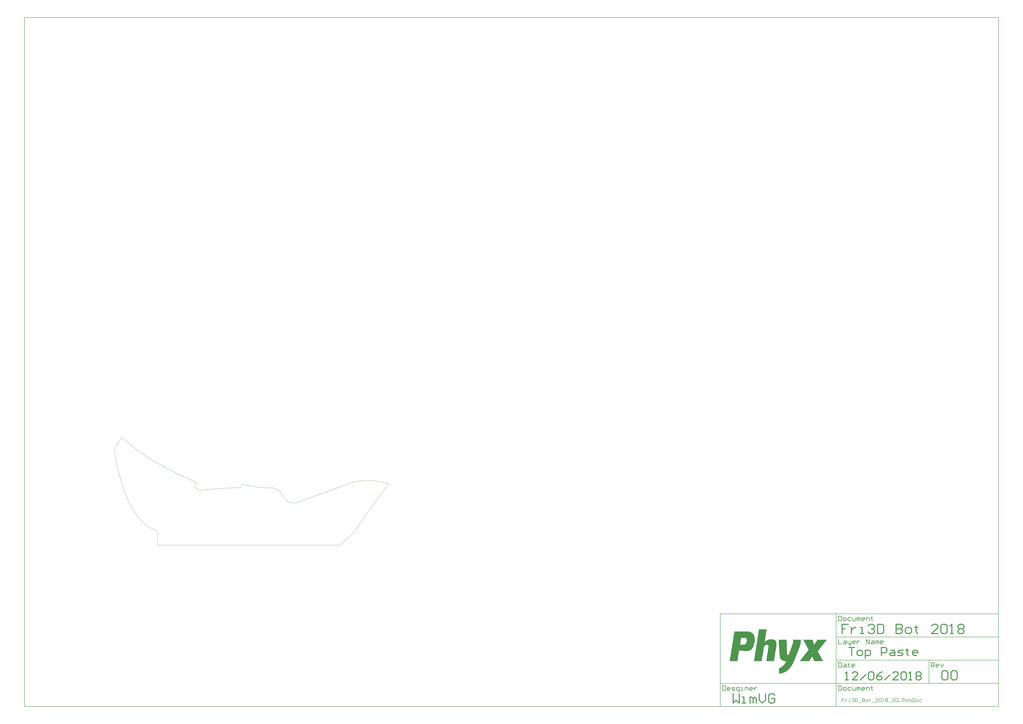
<source format=gtp>
G04*
G04 #@! TF.GenerationSoftware,Altium Limited,Altium Designer,18.1.6 (161)*
G04*
G04 Layer_Color=8421504*
%FSLAX25Y25*%
%MOIN*%
G70*
G01*
G75*
%ADD11C,0.00787*%
%ADD12C,0.01575*%
%ADD13C,0.00394*%
%ADD14C,0.00984*%
G36*
X913926Y-152365D02*
X915644D01*
Y-152651D01*
X916503D01*
Y-152937D01*
X917362D01*
Y-153224D01*
X918221D01*
Y-153510D01*
X918793D01*
Y-153796D01*
X919080D01*
Y-154083D01*
X919652D01*
Y-154369D01*
X919939D01*
Y-154655D01*
X920511D01*
Y-154942D01*
X920798D01*
Y-155228D01*
X921084D01*
Y-155514D01*
X921370D01*
Y-155801D01*
X921657D01*
Y-156087D01*
X921943D01*
Y-156373D01*
X922229D01*
Y-156659D01*
Y-156946D01*
X922515D01*
Y-157232D01*
X922802D01*
Y-157518D01*
Y-157805D01*
X923088D01*
Y-158091D01*
X923374D01*
Y-158377D01*
Y-158664D01*
X923661D01*
Y-158950D01*
Y-159236D01*
Y-159523D01*
X923947D01*
Y-159809D01*
Y-160095D01*
Y-160382D01*
X924233D01*
Y-160668D01*
Y-160954D01*
Y-161240D01*
Y-161527D01*
X924520D01*
Y-161813D01*
Y-162100D01*
Y-162386D01*
Y-162672D01*
Y-162958D01*
X924806D01*
Y-163245D01*
Y-163531D01*
Y-163817D01*
Y-164104D01*
Y-164390D01*
Y-164676D01*
Y-164963D01*
Y-165249D01*
Y-165535D01*
Y-165822D01*
Y-166108D01*
Y-166394D01*
Y-166681D01*
Y-166967D01*
Y-167253D01*
Y-167539D01*
Y-167826D01*
Y-168112D01*
Y-168398D01*
Y-168685D01*
X924520D01*
Y-168971D01*
Y-169257D01*
Y-169544D01*
Y-169830D01*
Y-170116D01*
Y-170403D01*
Y-170689D01*
X924233D01*
Y-170975D01*
Y-171262D01*
Y-171548D01*
Y-171834D01*
Y-172120D01*
X923947D01*
Y-172407D01*
Y-172693D01*
Y-172979D01*
Y-173266D01*
Y-173552D01*
X923661D01*
Y-173838D01*
Y-174125D01*
Y-174411D01*
X923374D01*
Y-174697D01*
Y-174984D01*
Y-175270D01*
Y-175556D01*
X923088D01*
Y-175842D01*
Y-176129D01*
Y-176415D01*
X922802D01*
Y-176701D01*
Y-176988D01*
X922515D01*
Y-177274D01*
Y-177560D01*
Y-177847D01*
X922229D01*
Y-178133D01*
Y-178419D01*
X921943D01*
Y-178706D01*
Y-178992D01*
X921657D01*
Y-179278D01*
Y-179565D01*
X921370D01*
Y-179851D01*
X921084D01*
Y-180137D01*
Y-180423D01*
X920798D01*
Y-180710D01*
X920511D01*
Y-180996D01*
X920225D01*
Y-181282D01*
Y-181569D01*
X919939D01*
Y-181855D01*
X919652D01*
Y-182141D01*
X919366D01*
Y-182428D01*
X919080D01*
Y-182714D01*
X918793D01*
Y-183000D01*
X918221D01*
Y-183287D01*
X917934D01*
Y-183573D01*
X917362D01*
Y-183859D01*
X917076D01*
Y-184146D01*
X916503D01*
Y-184432D01*
X915644D01*
Y-184718D01*
X914785D01*
Y-185004D01*
X913926D01*
Y-185291D01*
X912208D01*
Y-185577D01*
X907055D01*
Y-185291D01*
X904478D01*
Y-185004D01*
X902474D01*
Y-184718D01*
X901042D01*
Y-184432D01*
X899610D01*
Y-184146D01*
X898179D01*
Y-184432D01*
Y-184718D01*
Y-185004D01*
Y-185291D01*
Y-185577D01*
Y-185863D01*
Y-186150D01*
X897892D01*
Y-186436D01*
Y-186722D01*
Y-187009D01*
Y-187295D01*
Y-187581D01*
Y-187868D01*
X897606D01*
Y-188154D01*
Y-188440D01*
Y-188727D01*
Y-189013D01*
Y-189299D01*
Y-189585D01*
X897320D01*
Y-189872D01*
Y-190158D01*
Y-190444D01*
Y-190731D01*
Y-191017D01*
Y-191303D01*
Y-191590D01*
X897034D01*
Y-191876D01*
Y-192162D01*
Y-192449D01*
Y-192735D01*
Y-193021D01*
Y-193308D01*
X896747D01*
Y-193594D01*
Y-193880D01*
Y-194167D01*
Y-194453D01*
Y-194739D01*
Y-195025D01*
X896461D01*
Y-195312D01*
Y-195598D01*
Y-195884D01*
Y-196171D01*
Y-196457D01*
Y-196743D01*
Y-197030D01*
X896175D01*
Y-197316D01*
Y-197602D01*
Y-197889D01*
Y-198175D01*
Y-198461D01*
Y-198748D01*
X895888D01*
Y-199034D01*
Y-199320D01*
Y-199606D01*
Y-199893D01*
Y-200179D01*
Y-200465D01*
X895602D01*
Y-200752D01*
Y-201038D01*
Y-201324D01*
Y-201611D01*
Y-201897D01*
Y-202183D01*
Y-202470D01*
X882145D01*
Y-202183D01*
X882432D01*
Y-201897D01*
Y-201611D01*
Y-201324D01*
Y-201038D01*
Y-200752D01*
X882718D01*
Y-200465D01*
Y-200179D01*
Y-199893D01*
Y-199606D01*
Y-199320D01*
Y-199034D01*
Y-198748D01*
X883004D01*
Y-198461D01*
Y-198175D01*
Y-197889D01*
Y-197602D01*
Y-197316D01*
Y-197030D01*
X883291D01*
Y-196743D01*
Y-196457D01*
Y-196171D01*
Y-195884D01*
Y-195598D01*
Y-195312D01*
X883577D01*
Y-195025D01*
Y-194739D01*
Y-194453D01*
Y-194167D01*
Y-193880D01*
Y-193594D01*
Y-193308D01*
X883863D01*
Y-193021D01*
Y-192735D01*
Y-192449D01*
Y-192162D01*
Y-191876D01*
Y-191590D01*
X884149D01*
Y-191303D01*
Y-191017D01*
Y-190731D01*
Y-190444D01*
Y-190158D01*
Y-189872D01*
X884436D01*
Y-189585D01*
Y-189299D01*
Y-189013D01*
Y-188727D01*
Y-188440D01*
Y-188154D01*
X884722D01*
Y-187868D01*
Y-187581D01*
Y-187295D01*
Y-187009D01*
Y-186722D01*
Y-186436D01*
Y-186150D01*
X885009D01*
Y-185863D01*
Y-185577D01*
Y-185291D01*
Y-185004D01*
Y-184718D01*
Y-184432D01*
X885295D01*
Y-184146D01*
Y-183859D01*
Y-183573D01*
Y-183287D01*
Y-183000D01*
Y-182714D01*
X885581D01*
Y-182428D01*
Y-182141D01*
Y-181855D01*
Y-181569D01*
Y-181282D01*
Y-180996D01*
X885867D01*
Y-180710D01*
Y-180423D01*
Y-180137D01*
Y-179851D01*
Y-179565D01*
Y-179278D01*
Y-178992D01*
X886154D01*
Y-178706D01*
Y-178419D01*
Y-178133D01*
Y-177847D01*
Y-177560D01*
Y-177274D01*
X886440D01*
Y-176988D01*
Y-176701D01*
Y-176415D01*
Y-176129D01*
Y-175842D01*
Y-175556D01*
X886726D01*
Y-175270D01*
Y-174984D01*
Y-174697D01*
Y-174411D01*
Y-174125D01*
Y-173838D01*
Y-173552D01*
X887013D01*
Y-173266D01*
Y-172979D01*
Y-172693D01*
Y-172407D01*
Y-172120D01*
Y-171834D01*
X887299D01*
Y-171548D01*
Y-171262D01*
Y-170975D01*
Y-170689D01*
Y-170403D01*
Y-170116D01*
X887585D01*
Y-169830D01*
Y-169544D01*
Y-169257D01*
Y-168971D01*
Y-168685D01*
Y-168398D01*
X887872D01*
Y-168112D01*
Y-167826D01*
Y-167539D01*
Y-167253D01*
Y-166967D01*
Y-166681D01*
Y-166394D01*
X888158D01*
Y-166108D01*
Y-165822D01*
Y-165535D01*
Y-165249D01*
Y-164963D01*
Y-164676D01*
X888444D01*
Y-164390D01*
Y-164104D01*
Y-163817D01*
Y-163531D01*
Y-163245D01*
Y-162958D01*
X888731D01*
Y-162672D01*
Y-162386D01*
Y-162100D01*
Y-161813D01*
Y-161527D01*
Y-161240D01*
Y-160954D01*
X889017D01*
Y-160668D01*
Y-160382D01*
Y-160095D01*
Y-159809D01*
Y-159523D01*
Y-159236D01*
X889303D01*
Y-158950D01*
Y-158664D01*
Y-158377D01*
Y-158091D01*
Y-157805D01*
Y-157518D01*
X889590D01*
Y-157232D01*
Y-156946D01*
Y-156659D01*
Y-156373D01*
Y-156087D01*
Y-155801D01*
Y-155514D01*
X889876D01*
Y-155228D01*
Y-154942D01*
Y-154655D01*
Y-154369D01*
Y-154083D01*
Y-153796D01*
X890162D01*
Y-153510D01*
Y-153224D01*
Y-152937D01*
Y-152651D01*
Y-152365D01*
Y-152078D01*
X913926D01*
Y-152365D01*
D02*
G37*
G36*
X945134Y-148929D02*
Y-149215D01*
X944848D01*
Y-149502D01*
Y-149788D01*
Y-150074D01*
Y-150361D01*
Y-150647D01*
Y-150933D01*
X944561D01*
Y-151220D01*
Y-151506D01*
Y-151792D01*
Y-152078D01*
Y-152365D01*
Y-152651D01*
X944275D01*
Y-152937D01*
Y-153224D01*
Y-153510D01*
Y-153796D01*
Y-154083D01*
Y-154369D01*
Y-154655D01*
X943989D01*
Y-154942D01*
Y-155228D01*
Y-155514D01*
Y-155801D01*
Y-156087D01*
Y-156373D01*
X943703D01*
Y-156659D01*
Y-156946D01*
Y-157232D01*
Y-157518D01*
Y-157805D01*
Y-158091D01*
X943416D01*
Y-158377D01*
Y-158664D01*
Y-158950D01*
Y-159236D01*
Y-159523D01*
Y-159809D01*
Y-160095D01*
X943130D01*
Y-160382D01*
Y-160668D01*
Y-160954D01*
Y-161240D01*
Y-161527D01*
Y-161813D01*
X942844D01*
Y-162100D01*
Y-162386D01*
Y-162672D01*
Y-162958D01*
Y-163245D01*
Y-163531D01*
X942557D01*
Y-163817D01*
Y-164104D01*
Y-164390D01*
Y-164676D01*
Y-164963D01*
Y-165249D01*
X942271D01*
Y-165535D01*
Y-165822D01*
Y-166108D01*
Y-166394D01*
Y-166681D01*
Y-166967D01*
Y-167253D01*
X941985D01*
Y-167539D01*
Y-167826D01*
Y-168112D01*
Y-168398D01*
Y-168685D01*
Y-168971D01*
X941698D01*
Y-169257D01*
Y-169544D01*
X942271D01*
Y-169257D01*
X942557D01*
Y-168971D01*
X942844D01*
Y-168685D01*
X943416D01*
Y-168398D01*
X943703D01*
Y-168112D01*
X943989D01*
Y-167826D01*
X944561D01*
Y-167539D01*
X945134D01*
Y-167253D01*
X945420D01*
Y-166967D01*
X945993D01*
Y-166681D01*
X946852D01*
Y-166394D01*
X947425D01*
Y-166108D01*
X948284D01*
Y-165822D01*
X949715D01*
Y-165535D01*
X956014D01*
Y-165822D01*
X957159D01*
Y-166108D01*
X958018D01*
Y-166394D01*
X958591D01*
Y-166681D01*
X958877D01*
Y-166967D01*
X959450D01*
Y-167253D01*
X959736D01*
Y-167539D01*
X960022D01*
Y-167826D01*
X960309D01*
Y-168112D01*
X960595D01*
Y-168398D01*
Y-168685D01*
X960881D01*
Y-168971D01*
Y-169257D01*
X961168D01*
Y-169544D01*
Y-169830D01*
Y-170116D01*
X961454D01*
Y-170403D01*
Y-170689D01*
Y-170975D01*
Y-171262D01*
X961740D01*
Y-171548D01*
Y-171834D01*
Y-172120D01*
Y-172407D01*
Y-172693D01*
Y-172979D01*
Y-173266D01*
Y-173552D01*
Y-173838D01*
Y-174125D01*
Y-174411D01*
Y-174697D01*
Y-174984D01*
Y-175270D01*
Y-175556D01*
Y-175842D01*
Y-176129D01*
Y-176415D01*
X961454D01*
Y-176701D01*
Y-176988D01*
Y-177274D01*
Y-177560D01*
Y-177847D01*
Y-178133D01*
Y-178419D01*
X961168D01*
Y-178706D01*
Y-178992D01*
Y-179278D01*
Y-179565D01*
Y-179851D01*
Y-180137D01*
Y-180423D01*
X960881D01*
Y-180710D01*
Y-180996D01*
Y-181282D01*
Y-181569D01*
Y-181855D01*
Y-182141D01*
X960595D01*
Y-182428D01*
Y-182714D01*
Y-183000D01*
Y-183287D01*
Y-183573D01*
Y-183859D01*
X960309D01*
Y-184146D01*
Y-184432D01*
Y-184718D01*
Y-185004D01*
Y-185291D01*
Y-185577D01*
X960022D01*
Y-185863D01*
Y-186150D01*
Y-186436D01*
Y-186722D01*
Y-187009D01*
Y-187295D01*
Y-187581D01*
X959736D01*
Y-187868D01*
Y-188154D01*
Y-188440D01*
Y-188727D01*
Y-189013D01*
Y-189299D01*
X959450D01*
Y-189585D01*
Y-189872D01*
Y-190158D01*
Y-190444D01*
Y-190731D01*
Y-191017D01*
X959163D01*
Y-191303D01*
Y-191590D01*
Y-191876D01*
Y-192162D01*
Y-192449D01*
Y-192735D01*
Y-193021D01*
X958877D01*
Y-193308D01*
Y-193594D01*
Y-193880D01*
Y-194167D01*
Y-194453D01*
Y-194739D01*
X958591D01*
Y-195025D01*
Y-195312D01*
Y-195598D01*
Y-195884D01*
Y-196171D01*
Y-196457D01*
X958305D01*
Y-196743D01*
Y-197030D01*
Y-197316D01*
Y-197602D01*
Y-197889D01*
Y-198175D01*
X958018D01*
Y-198461D01*
Y-198748D01*
Y-199034D01*
Y-199320D01*
Y-199606D01*
Y-199893D01*
Y-200179D01*
X957732D01*
Y-200465D01*
Y-200752D01*
Y-201038D01*
Y-201324D01*
Y-201611D01*
Y-201897D01*
X957446D01*
Y-202183D01*
Y-202470D01*
X944275D01*
Y-202183D01*
Y-201897D01*
X944561D01*
Y-201611D01*
Y-201324D01*
Y-201038D01*
Y-200752D01*
Y-200465D01*
Y-200179D01*
X944848D01*
Y-199893D01*
Y-199606D01*
Y-199320D01*
Y-199034D01*
Y-198748D01*
Y-198461D01*
Y-198175D01*
X945134D01*
Y-197889D01*
Y-197602D01*
Y-197316D01*
Y-197030D01*
Y-196743D01*
Y-196457D01*
X945420D01*
Y-196171D01*
Y-195884D01*
Y-195598D01*
Y-195312D01*
Y-195025D01*
Y-194739D01*
X945707D01*
Y-194453D01*
Y-194167D01*
Y-193880D01*
Y-193594D01*
Y-193308D01*
Y-193021D01*
Y-192735D01*
X945993D01*
Y-192449D01*
Y-192162D01*
Y-191876D01*
Y-191590D01*
Y-191303D01*
Y-191017D01*
X946279D01*
Y-190731D01*
Y-190444D01*
Y-190158D01*
Y-189872D01*
Y-189585D01*
Y-189299D01*
Y-189013D01*
X946566D01*
Y-188727D01*
Y-188440D01*
Y-188154D01*
Y-187868D01*
Y-187581D01*
Y-187295D01*
X946852D01*
Y-187009D01*
Y-186722D01*
Y-186436D01*
Y-186150D01*
Y-185863D01*
Y-185577D01*
X947138D01*
Y-185291D01*
Y-185004D01*
Y-184718D01*
Y-184432D01*
Y-184146D01*
Y-183859D01*
X947425D01*
Y-183573D01*
Y-183287D01*
Y-183000D01*
Y-182714D01*
Y-182428D01*
Y-182141D01*
Y-181855D01*
X947711D01*
Y-181569D01*
Y-181282D01*
Y-180996D01*
Y-180710D01*
Y-180423D01*
Y-180137D01*
X947997D01*
Y-179851D01*
Y-179565D01*
Y-179278D01*
Y-178992D01*
Y-178706D01*
Y-178419D01*
Y-178133D01*
X948284D01*
Y-177847D01*
Y-177560D01*
Y-177274D01*
Y-176988D01*
Y-176701D01*
Y-176415D01*
X947997D01*
Y-176129D01*
Y-175842D01*
X947711D01*
Y-175556D01*
X947425D01*
Y-175270D01*
X946852D01*
Y-174984D01*
X945134D01*
Y-175270D01*
X943703D01*
Y-175556D01*
X942844D01*
Y-175842D01*
X942271D01*
Y-176129D01*
X941985D01*
Y-176415D01*
X941412D01*
Y-176701D01*
X941126D01*
Y-176988D01*
X940839D01*
Y-177274D01*
Y-177560D01*
X940553D01*
Y-177847D01*
Y-178133D01*
Y-178419D01*
X940267D01*
Y-178706D01*
Y-178992D01*
Y-179278D01*
Y-179565D01*
Y-179851D01*
Y-180137D01*
X939981D01*
Y-180423D01*
Y-180710D01*
Y-180996D01*
Y-181282D01*
Y-181569D01*
Y-181855D01*
Y-182141D01*
X939694D01*
Y-182428D01*
Y-182714D01*
Y-183000D01*
Y-183287D01*
Y-183573D01*
Y-183859D01*
X939408D01*
Y-184146D01*
Y-184432D01*
Y-184718D01*
Y-185004D01*
Y-185291D01*
Y-185577D01*
X939122D01*
Y-185863D01*
Y-186150D01*
Y-186436D01*
Y-186722D01*
Y-187009D01*
Y-187295D01*
X938835D01*
Y-187581D01*
Y-187868D01*
Y-188154D01*
Y-188440D01*
Y-188727D01*
Y-189013D01*
Y-189299D01*
X938549D01*
Y-189585D01*
Y-189872D01*
Y-190158D01*
Y-190444D01*
Y-190731D01*
Y-191017D01*
X938263D01*
Y-191303D01*
Y-191590D01*
Y-191876D01*
Y-192162D01*
Y-192449D01*
Y-192735D01*
X937976D01*
Y-193021D01*
Y-193308D01*
Y-193594D01*
Y-193880D01*
Y-194167D01*
Y-194453D01*
Y-194739D01*
X937690D01*
Y-195025D01*
Y-195312D01*
Y-195598D01*
Y-195884D01*
Y-196171D01*
Y-196457D01*
X937404D01*
Y-196743D01*
Y-197030D01*
Y-197316D01*
Y-197602D01*
Y-197889D01*
Y-198175D01*
X937117D01*
Y-198461D01*
Y-198748D01*
Y-199034D01*
Y-199320D01*
Y-199606D01*
Y-199893D01*
X936831D01*
Y-200179D01*
Y-200465D01*
Y-200752D01*
Y-201038D01*
Y-201324D01*
Y-201611D01*
Y-201897D01*
X936545D01*
Y-202183D01*
Y-202470D01*
X923374D01*
Y-202183D01*
Y-201897D01*
X923661D01*
Y-201611D01*
Y-201324D01*
Y-201038D01*
Y-200752D01*
Y-200465D01*
Y-200179D01*
Y-199893D01*
X923947D01*
Y-199606D01*
Y-199320D01*
Y-199034D01*
Y-198748D01*
Y-198461D01*
Y-198175D01*
X924233D01*
Y-197889D01*
Y-197602D01*
Y-197316D01*
Y-197030D01*
Y-196743D01*
Y-196457D01*
X924520D01*
Y-196171D01*
Y-195884D01*
Y-195598D01*
Y-195312D01*
Y-195025D01*
Y-194739D01*
Y-194453D01*
X924806D01*
Y-194167D01*
Y-193880D01*
Y-193594D01*
Y-193308D01*
Y-193021D01*
Y-192735D01*
X925092D01*
Y-192449D01*
Y-192162D01*
Y-191876D01*
Y-191590D01*
Y-191303D01*
Y-191017D01*
X925379D01*
Y-190731D01*
Y-190444D01*
Y-190158D01*
Y-189872D01*
Y-189585D01*
Y-189299D01*
X925665D01*
Y-189013D01*
Y-188727D01*
Y-188440D01*
Y-188154D01*
Y-187868D01*
Y-187581D01*
Y-187295D01*
X925951D01*
Y-187009D01*
Y-186722D01*
Y-186436D01*
Y-186150D01*
Y-185863D01*
Y-185577D01*
X926237D01*
Y-185291D01*
Y-185004D01*
Y-184718D01*
Y-184432D01*
Y-184146D01*
Y-183859D01*
X926524D01*
Y-183573D01*
Y-183287D01*
Y-183000D01*
Y-182714D01*
Y-182428D01*
Y-182141D01*
Y-181855D01*
X926810D01*
Y-181569D01*
Y-181282D01*
Y-180996D01*
Y-180710D01*
Y-180423D01*
Y-180137D01*
X927096D01*
Y-179851D01*
Y-179565D01*
Y-179278D01*
Y-178992D01*
Y-178706D01*
Y-178419D01*
X927383D01*
Y-178133D01*
Y-177847D01*
Y-177560D01*
Y-177274D01*
Y-176988D01*
Y-176701D01*
X927669D01*
Y-176415D01*
Y-176129D01*
Y-175842D01*
Y-175556D01*
Y-175270D01*
Y-174984D01*
Y-174697D01*
X927955D01*
Y-174411D01*
Y-174125D01*
Y-173838D01*
Y-173552D01*
Y-173266D01*
Y-172979D01*
X928242D01*
Y-172693D01*
Y-172407D01*
Y-172120D01*
Y-171834D01*
Y-171548D01*
Y-171262D01*
X928528D01*
Y-170975D01*
Y-170689D01*
Y-170403D01*
Y-170116D01*
Y-169830D01*
Y-169544D01*
X928814D01*
Y-169257D01*
Y-168971D01*
Y-168685D01*
Y-168398D01*
Y-168112D01*
Y-167826D01*
Y-167539D01*
X929101D01*
Y-167253D01*
Y-166967D01*
Y-166681D01*
Y-166394D01*
Y-166108D01*
Y-165822D01*
X929387D01*
Y-165535D01*
Y-165249D01*
Y-164963D01*
Y-164676D01*
Y-164390D01*
Y-164104D01*
X929673D01*
Y-163817D01*
Y-163531D01*
Y-163245D01*
Y-162958D01*
Y-162672D01*
Y-162386D01*
Y-162100D01*
X929960D01*
Y-161813D01*
Y-161527D01*
Y-161240D01*
Y-160954D01*
Y-160668D01*
Y-160382D01*
X930246D01*
Y-160095D01*
Y-159809D01*
Y-159523D01*
Y-159236D01*
Y-158950D01*
Y-158664D01*
X930532D01*
Y-158377D01*
Y-158091D01*
Y-157805D01*
Y-157518D01*
Y-157232D01*
Y-156946D01*
X930818D01*
Y-156659D01*
Y-156373D01*
Y-156087D01*
Y-155801D01*
Y-155514D01*
Y-155228D01*
Y-154942D01*
X931105D01*
Y-154655D01*
Y-154369D01*
Y-154083D01*
Y-153796D01*
Y-153510D01*
Y-153224D01*
X931391D01*
Y-152937D01*
Y-152651D01*
Y-152365D01*
Y-152078D01*
Y-151792D01*
Y-151506D01*
X931678D01*
Y-151220D01*
Y-150933D01*
Y-150647D01*
Y-150361D01*
Y-150074D01*
Y-149788D01*
Y-149502D01*
X931964D01*
Y-149215D01*
Y-148929D01*
Y-148643D01*
X945134D01*
Y-148929D01*
D02*
G37*
G36*
X1047062Y-166394D02*
X1046775D01*
Y-166681D01*
X1046489D01*
Y-166967D01*
Y-167253D01*
X1046203D01*
Y-167539D01*
X1045916D01*
Y-167826D01*
X1045630D01*
Y-168112D01*
Y-168398D01*
X1045344D01*
Y-168685D01*
X1045057D01*
Y-168971D01*
X1044771D01*
Y-169257D01*
X1044485D01*
Y-169544D01*
Y-169830D01*
X1044198D01*
Y-170116D01*
X1043912D01*
Y-170403D01*
X1043626D01*
Y-170689D01*
Y-170975D01*
X1043340D01*
Y-171262D01*
X1043053D01*
Y-171548D01*
X1042767D01*
Y-171834D01*
X1042480D01*
Y-172120D01*
Y-172407D01*
X1042194D01*
Y-172693D01*
X1041908D01*
Y-172979D01*
X1041622D01*
Y-173266D01*
Y-173552D01*
X1041335D01*
Y-173838D01*
X1041049D01*
Y-174125D01*
X1040763D01*
Y-174411D01*
Y-174697D01*
X1040476D01*
Y-174984D01*
X1040190D01*
Y-175270D01*
X1039904D01*
Y-175556D01*
X1039617D01*
Y-175842D01*
Y-176129D01*
X1039331D01*
Y-176415D01*
X1039045D01*
Y-176701D01*
X1038758D01*
Y-176988D01*
Y-177274D01*
X1038472D01*
Y-177560D01*
X1038186D01*
Y-177847D01*
X1037899D01*
Y-178133D01*
Y-178419D01*
X1037613D01*
Y-178706D01*
X1037327D01*
Y-178992D01*
X1037041D01*
Y-179278D01*
X1036754D01*
Y-179565D01*
Y-179851D01*
X1036468D01*
Y-180137D01*
X1036182D01*
Y-180423D01*
X1035895D01*
Y-180710D01*
Y-180996D01*
X1035609D01*
Y-181282D01*
X1035323D01*
Y-181569D01*
X1035036D01*
Y-181855D01*
Y-182141D01*
X1034750D01*
Y-182428D01*
X1034464D01*
Y-182714D01*
X1034177D01*
Y-183000D01*
X1033891D01*
Y-183287D01*
Y-183573D01*
X1033605D01*
Y-183859D01*
X1033319D01*
Y-184146D01*
X1033032D01*
Y-184432D01*
Y-184718D01*
X1032746D01*
Y-185004D01*
X1032460D01*
Y-185291D01*
X1032173D01*
Y-185577D01*
X1031887D01*
Y-185863D01*
Y-186150D01*
X1032173D01*
Y-186436D01*
Y-186722D01*
X1032460D01*
Y-187009D01*
Y-187295D01*
X1032746D01*
Y-187581D01*
X1033032D01*
Y-187868D01*
Y-188154D01*
X1033319D01*
Y-188440D01*
Y-188727D01*
X1033605D01*
Y-189013D01*
Y-189299D01*
X1033891D01*
Y-189585D01*
Y-189872D01*
X1034177D01*
Y-190158D01*
Y-190444D01*
X1034464D01*
Y-190731D01*
Y-191017D01*
X1034750D01*
Y-191303D01*
Y-191590D01*
X1035036D01*
Y-191876D01*
Y-192162D01*
X1035323D01*
Y-192449D01*
X1035609D01*
Y-192735D01*
Y-193021D01*
X1035895D01*
Y-193308D01*
Y-193594D01*
X1036182D01*
Y-193880D01*
Y-194167D01*
X1036468D01*
Y-194453D01*
Y-194739D01*
X1036754D01*
Y-195025D01*
Y-195312D01*
X1037041D01*
Y-195598D01*
Y-195884D01*
X1037327D01*
Y-196171D01*
Y-196457D01*
X1037613D01*
Y-196743D01*
X1037899D01*
Y-197030D01*
Y-197316D01*
X1038186D01*
Y-197602D01*
Y-197889D01*
X1038472D01*
Y-198175D01*
Y-198461D01*
X1038758D01*
Y-198748D01*
Y-199034D01*
X1039045D01*
Y-199320D01*
Y-199606D01*
X1039331D01*
Y-199893D01*
Y-200179D01*
X1039617D01*
Y-200465D01*
Y-200752D01*
X1039904D01*
Y-201038D01*
X1040190D01*
Y-201324D01*
Y-201611D01*
X1040476D01*
Y-201897D01*
Y-202183D01*
X1040763D01*
Y-202470D01*
X1025588D01*
Y-202183D01*
X1025302D01*
Y-201897D01*
Y-201611D01*
Y-201324D01*
X1025016D01*
Y-201038D01*
Y-200752D01*
Y-200465D01*
X1024729D01*
Y-200179D01*
Y-199893D01*
X1024443D01*
Y-199606D01*
Y-199320D01*
Y-199034D01*
X1024156D01*
Y-198748D01*
Y-198461D01*
Y-198175D01*
X1023870D01*
Y-197889D01*
Y-197602D01*
X1023584D01*
Y-197316D01*
Y-197030D01*
Y-196743D01*
X1023298D01*
Y-196457D01*
Y-196171D01*
Y-195884D01*
X1023011D01*
Y-195598D01*
Y-195312D01*
Y-195025D01*
X1022725D01*
Y-194739D01*
X1022152D01*
Y-195025D01*
Y-195312D01*
X1021866D01*
Y-195598D01*
X1021580D01*
Y-195884D01*
Y-196171D01*
X1021293D01*
Y-196457D01*
X1021007D01*
Y-196743D01*
Y-197030D01*
X1020721D01*
Y-197316D01*
X1020434D01*
Y-197602D01*
Y-197889D01*
X1020148D01*
Y-198175D01*
X1019862D01*
Y-198461D01*
X1019576D01*
Y-198748D01*
Y-199034D01*
X1019289D01*
Y-199320D01*
X1019003D01*
Y-199606D01*
Y-199893D01*
X1018717D01*
Y-200179D01*
X1018430D01*
Y-200465D01*
Y-200752D01*
X1018144D01*
Y-201038D01*
X1017858D01*
Y-201324D01*
Y-201611D01*
X1017571D01*
Y-201897D01*
X1017285D01*
Y-202183D01*
Y-202470D01*
X1001252D01*
Y-202183D01*
X1001538D01*
Y-201897D01*
X1001824D01*
Y-201611D01*
X1002110D01*
Y-201324D01*
X1002397D01*
Y-201038D01*
Y-200752D01*
X1002683D01*
Y-200465D01*
X1002969D01*
Y-200179D01*
X1003256D01*
Y-199893D01*
X1003542D01*
Y-199606D01*
Y-199320D01*
X1003828D01*
Y-199034D01*
X1004115D01*
Y-198748D01*
X1004401D01*
Y-198461D01*
Y-198175D01*
X1004687D01*
Y-197889D01*
X1004974D01*
Y-197602D01*
X1005260D01*
Y-197316D01*
X1005546D01*
Y-197030D01*
Y-196743D01*
X1005832D01*
Y-196457D01*
X1006119D01*
Y-196171D01*
X1006405D01*
Y-195884D01*
X1006691D01*
Y-195598D01*
Y-195312D01*
X1006978D01*
Y-195025D01*
X1007264D01*
Y-194739D01*
X1007550D01*
Y-194453D01*
Y-194167D01*
X1007837D01*
Y-193880D01*
X1008123D01*
Y-193594D01*
X1008409D01*
Y-193308D01*
X1008696D01*
Y-193021D01*
Y-192735D01*
X1008982D01*
Y-192449D01*
X1009268D01*
Y-192162D01*
X1009555D01*
Y-191876D01*
Y-191590D01*
X1009841D01*
Y-191303D01*
X1010127D01*
Y-191017D01*
X1010413D01*
Y-190731D01*
X1010700D01*
Y-190444D01*
Y-190158D01*
X1010986D01*
Y-189872D01*
X1011272D01*
Y-189585D01*
X1011559D01*
Y-189299D01*
Y-189013D01*
X1011845D01*
Y-188727D01*
X1012131D01*
Y-188440D01*
X1012418D01*
Y-188154D01*
X1012704D01*
Y-187868D01*
Y-187581D01*
X1012990D01*
Y-187295D01*
X1013277D01*
Y-187009D01*
X1013563D01*
Y-186722D01*
X1013849D01*
Y-186436D01*
Y-186150D01*
X1014136D01*
Y-185863D01*
X1014422D01*
Y-185577D01*
X1014708D01*
Y-185291D01*
Y-185004D01*
X1014995D01*
Y-184718D01*
X1015281D01*
Y-184432D01*
X1015567D01*
Y-184146D01*
X1015853D01*
Y-183859D01*
Y-183573D01*
X1016140D01*
Y-183287D01*
Y-183000D01*
Y-182714D01*
X1015853D01*
Y-182428D01*
X1015567D01*
Y-182141D01*
Y-181855D01*
X1015281D01*
Y-181569D01*
Y-181282D01*
X1014995D01*
Y-180996D01*
Y-180710D01*
X1014708D01*
Y-180423D01*
Y-180137D01*
X1014422D01*
Y-179851D01*
Y-179565D01*
X1014136D01*
Y-179278D01*
Y-178992D01*
X1013849D01*
Y-178706D01*
X1013563D01*
Y-178419D01*
Y-178133D01*
X1013277D01*
Y-177847D01*
Y-177560D01*
X1012990D01*
Y-177274D01*
Y-176988D01*
X1012704D01*
Y-176701D01*
Y-176415D01*
X1012418D01*
Y-176129D01*
Y-175842D01*
X1012131D01*
Y-175556D01*
Y-175270D01*
X1011845D01*
Y-174984D01*
X1011559D01*
Y-174697D01*
Y-174411D01*
X1011272D01*
Y-174125D01*
Y-173838D01*
X1010986D01*
Y-173552D01*
Y-173266D01*
X1010700D01*
Y-172979D01*
Y-172693D01*
X1010413D01*
Y-172407D01*
Y-172120D01*
X1010127D01*
Y-171834D01*
Y-171548D01*
X1009841D01*
Y-171262D01*
Y-170975D01*
X1009555D01*
Y-170689D01*
X1009268D01*
Y-170403D01*
Y-170116D01*
X1008982D01*
Y-169830D01*
Y-169544D01*
X1008696D01*
Y-169257D01*
Y-168971D01*
X1008409D01*
Y-168685D01*
Y-168398D01*
X1008123D01*
Y-168112D01*
Y-167826D01*
X1007837D01*
Y-167539D01*
Y-167253D01*
X1007550D01*
Y-166967D01*
X1007264D01*
Y-166681D01*
Y-166394D01*
X1006978D01*
Y-166108D01*
X1022725D01*
Y-166394D01*
X1023011D01*
Y-166681D01*
Y-166967D01*
Y-167253D01*
X1023298D01*
Y-167539D01*
Y-167826D01*
Y-168112D01*
X1023584D01*
Y-168398D01*
Y-168685D01*
Y-168971D01*
X1023870D01*
Y-169257D01*
Y-169544D01*
Y-169830D01*
X1024156D01*
Y-170116D01*
Y-170403D01*
Y-170689D01*
X1024443D01*
Y-170975D01*
Y-171262D01*
Y-171548D01*
X1024729D01*
Y-171834D01*
Y-172120D01*
Y-172407D01*
X1025016D01*
Y-172693D01*
Y-172979D01*
Y-173266D01*
X1025302D01*
Y-173552D01*
Y-173838D01*
Y-174125D01*
Y-174411D01*
X1025874D01*
Y-174125D01*
X1026161D01*
Y-173838D01*
X1026447D01*
Y-173552D01*
Y-173266D01*
X1026733D01*
Y-172979D01*
X1027020D01*
Y-172693D01*
Y-172407D01*
X1027306D01*
Y-172120D01*
X1027592D01*
Y-171834D01*
Y-171548D01*
X1027879D01*
Y-171262D01*
X1028165D01*
Y-170975D01*
Y-170689D01*
X1028451D01*
Y-170403D01*
X1028738D01*
Y-170116D01*
Y-169830D01*
X1029024D01*
Y-169544D01*
X1029310D01*
Y-169257D01*
Y-168971D01*
X1029597D01*
Y-168685D01*
X1029883D01*
Y-168398D01*
Y-168112D01*
X1030169D01*
Y-167826D01*
X1030455D01*
Y-167539D01*
Y-167253D01*
X1030742D01*
Y-166967D01*
X1031028D01*
Y-166681D01*
Y-166394D01*
X1031314D01*
Y-166108D01*
X1047062D01*
Y-166394D01*
D02*
G37*
G36*
X1002969D02*
Y-166681D01*
Y-166967D01*
Y-167253D01*
Y-167539D01*
Y-167826D01*
Y-168112D01*
Y-168398D01*
Y-168685D01*
Y-168971D01*
Y-169257D01*
Y-169544D01*
Y-169830D01*
Y-170116D01*
Y-170403D01*
Y-170689D01*
Y-170975D01*
Y-171262D01*
Y-171548D01*
Y-171834D01*
Y-172120D01*
X1002683D01*
Y-172407D01*
Y-172693D01*
Y-172979D01*
Y-173266D01*
Y-173552D01*
X1002397D01*
Y-173838D01*
Y-174125D01*
Y-174411D01*
Y-174697D01*
X1002110D01*
Y-174984D01*
Y-175270D01*
Y-175556D01*
Y-175842D01*
X1001824D01*
Y-176129D01*
Y-176415D01*
Y-176701D01*
X1001538D01*
Y-176988D01*
Y-177274D01*
Y-177560D01*
X1001252D01*
Y-177847D01*
Y-178133D01*
Y-178419D01*
X1000965D01*
Y-178706D01*
Y-178992D01*
Y-179278D01*
X1000679D01*
Y-179565D01*
Y-179851D01*
X1000393D01*
Y-180137D01*
Y-180423D01*
X1000106D01*
Y-180710D01*
Y-180996D01*
Y-181282D01*
X999820D01*
Y-181569D01*
Y-181855D01*
X999534D01*
Y-182141D01*
Y-182428D01*
Y-182714D01*
X999247D01*
Y-183000D01*
Y-183287D01*
X998961D01*
Y-183573D01*
Y-183859D01*
Y-184146D01*
X998675D01*
Y-184432D01*
Y-184718D01*
X998388D01*
Y-185004D01*
Y-185291D01*
Y-185577D01*
X998102D01*
Y-185863D01*
Y-186150D01*
X997816D01*
Y-186436D01*
Y-186722D01*
Y-187009D01*
X997529D01*
Y-187295D01*
Y-187581D01*
X997243D01*
Y-187868D01*
Y-188154D01*
Y-188440D01*
X996957D01*
Y-188727D01*
Y-189013D01*
X996671D01*
Y-189299D01*
Y-189585D01*
Y-189872D01*
X996384D01*
Y-190158D01*
Y-190444D01*
X996098D01*
Y-190731D01*
Y-191017D01*
Y-191303D01*
X995811D01*
Y-191590D01*
Y-191876D01*
X995525D01*
Y-192162D01*
Y-192449D01*
Y-192735D01*
X995239D01*
Y-193021D01*
Y-193308D01*
X994953D01*
Y-193594D01*
Y-193880D01*
Y-194167D01*
X994666D01*
Y-194453D01*
Y-194739D01*
X994380D01*
Y-195025D01*
Y-195312D01*
Y-195598D01*
X994094D01*
Y-195884D01*
Y-196171D01*
X993807D01*
Y-196457D01*
Y-196743D01*
Y-197030D01*
X993521D01*
Y-197316D01*
Y-197602D01*
X993235D01*
Y-197889D01*
Y-198175D01*
Y-198461D01*
X992948D01*
Y-198748D01*
Y-199034D01*
X992662D01*
Y-199320D01*
Y-199606D01*
Y-199893D01*
X992376D01*
Y-200179D01*
Y-200465D01*
X992089D01*
Y-200752D01*
Y-201038D01*
Y-201324D01*
X991803D01*
Y-201611D01*
Y-201897D01*
X991517D01*
Y-202183D01*
Y-202470D01*
Y-202756D01*
X991230D01*
Y-203042D01*
Y-203328D01*
X990944D01*
Y-203615D01*
Y-203901D01*
X990658D01*
Y-204187D01*
Y-204474D01*
X990372D01*
Y-204760D01*
Y-205046D01*
Y-205333D01*
X990085D01*
Y-205619D01*
X989799D01*
Y-205905D01*
Y-206192D01*
Y-206478D01*
X989513D01*
Y-206764D01*
X989226D01*
Y-207051D01*
Y-207337D01*
X988940D01*
Y-207623D01*
Y-207909D01*
X988654D01*
Y-208196D01*
Y-208482D01*
X988367D01*
Y-208769D01*
Y-209055D01*
X988081D01*
Y-209341D01*
X987795D01*
Y-209627D01*
Y-209914D01*
X987508D01*
Y-210200D01*
Y-210486D01*
X987222D01*
Y-210773D01*
X986936D01*
Y-211059D01*
X986650D01*
Y-211345D01*
Y-211632D01*
X986363D01*
Y-211918D01*
X986077D01*
Y-212204D01*
Y-212491D01*
X985791D01*
Y-212777D01*
X985504D01*
Y-213063D01*
X985218D01*
Y-213350D01*
Y-213636D01*
X984932D01*
Y-213922D01*
X984645D01*
Y-214208D01*
X984359D01*
Y-214495D01*
X984073D01*
Y-214781D01*
X983786D01*
Y-215067D01*
Y-215354D01*
X983500D01*
Y-215640D01*
X983214D01*
Y-215926D01*
X982928D01*
Y-216213D01*
X982641D01*
Y-216499D01*
X982355D01*
Y-216785D01*
X982069D01*
Y-217072D01*
X981782D01*
Y-217358D01*
X981210D01*
Y-217644D01*
X980923D01*
Y-217931D01*
X980637D01*
Y-218217D01*
X980351D01*
Y-218503D01*
X980064D01*
Y-218789D01*
X979492D01*
Y-219076D01*
X979205D01*
Y-219362D01*
X978633D01*
Y-219648D01*
X978347D01*
Y-219935D01*
X977774D01*
Y-220221D01*
X977487D01*
Y-220507D01*
X976915D01*
Y-220794D01*
X976342D01*
Y-221080D01*
X975770D01*
Y-221366D01*
X975197D01*
Y-221653D01*
X974624D01*
Y-221939D01*
X973765D01*
Y-222225D01*
X973193D01*
Y-222512D01*
X972334D01*
Y-222798D01*
X971189D01*
Y-223084D01*
X970043D01*
Y-223370D01*
X968326D01*
Y-223657D01*
X966321D01*
Y-223943D01*
X966035D01*
Y-223657D01*
Y-223370D01*
Y-223084D01*
Y-222798D01*
Y-222512D01*
Y-222225D01*
Y-221939D01*
Y-221653D01*
Y-221366D01*
Y-221080D01*
Y-220794D01*
Y-220507D01*
Y-220221D01*
Y-219935D01*
Y-219648D01*
Y-219362D01*
Y-219076D01*
Y-218789D01*
Y-218503D01*
Y-218217D01*
Y-217931D01*
Y-217644D01*
Y-217358D01*
Y-217072D01*
Y-216785D01*
Y-216499D01*
Y-216213D01*
Y-215926D01*
Y-215640D01*
Y-215354D01*
Y-215067D01*
Y-214781D01*
Y-214495D01*
X966608D01*
Y-214208D01*
X967180D01*
Y-213922D01*
X967753D01*
Y-213636D01*
X968326D01*
Y-213350D01*
X968898D01*
Y-213063D01*
X969471D01*
Y-212777D01*
X969757D01*
Y-212491D01*
X970330D01*
Y-212204D01*
X970616D01*
Y-211918D01*
X971189D01*
Y-211632D01*
X971475D01*
Y-211345D01*
X971761D01*
Y-211059D01*
X972334D01*
Y-210773D01*
X972620D01*
Y-210486D01*
X972906D01*
Y-210200D01*
X973193D01*
Y-209914D01*
X973479D01*
Y-209627D01*
X973765D01*
Y-209341D01*
X974052D01*
Y-209055D01*
X974338D01*
Y-208769D01*
X974624D01*
Y-208482D01*
X974911D01*
Y-208196D01*
X975197D01*
Y-207909D01*
X975483D01*
Y-207623D01*
Y-207337D01*
X975770D01*
Y-207051D01*
X976056D01*
Y-206764D01*
X976342D01*
Y-206478D01*
Y-206192D01*
X976629D01*
Y-205905D01*
X976915D01*
Y-205619D01*
Y-205333D01*
X977201D01*
Y-205046D01*
Y-204760D01*
X977487D01*
Y-204474D01*
X977774D01*
Y-204187D01*
Y-203901D01*
X978060D01*
Y-203615D01*
Y-203328D01*
X978347D01*
Y-203042D01*
Y-202756D01*
X976629D01*
Y-202470D01*
X974624D01*
Y-202183D01*
X973479D01*
Y-201897D01*
X972906D01*
Y-201611D01*
X972048D01*
Y-201324D01*
X971475D01*
Y-201038D01*
X971189D01*
Y-200752D01*
X970616D01*
Y-200465D01*
X970330D01*
Y-200179D01*
X970043D01*
Y-199893D01*
X969757D01*
Y-199606D01*
X969471D01*
Y-199320D01*
X969184D01*
Y-199034D01*
Y-198748D01*
X968898D01*
Y-198461D01*
X968612D01*
Y-198175D01*
Y-197889D01*
X968326D01*
Y-197602D01*
Y-197316D01*
X968039D01*
Y-197030D01*
Y-196743D01*
X967753D01*
Y-196457D01*
Y-196171D01*
Y-195884D01*
X967467D01*
Y-195598D01*
Y-195312D01*
Y-195025D01*
Y-194739D01*
X967180D01*
Y-194453D01*
Y-194167D01*
Y-193880D01*
Y-193594D01*
Y-193308D01*
Y-193021D01*
Y-192735D01*
X966894D01*
Y-192449D01*
Y-192162D01*
Y-191876D01*
Y-191590D01*
Y-191303D01*
Y-191017D01*
Y-190731D01*
Y-190444D01*
Y-190158D01*
Y-189872D01*
Y-189585D01*
Y-189299D01*
Y-189013D01*
Y-188727D01*
Y-188440D01*
X966608D01*
Y-188154D01*
Y-187868D01*
Y-187581D01*
Y-187295D01*
Y-187009D01*
Y-186722D01*
Y-186436D01*
Y-186150D01*
Y-185863D01*
Y-185577D01*
Y-185291D01*
Y-185004D01*
Y-184718D01*
Y-184432D01*
Y-184146D01*
X966321D01*
Y-183859D01*
Y-183573D01*
Y-183287D01*
Y-183000D01*
Y-182714D01*
Y-182428D01*
Y-182141D01*
Y-181855D01*
Y-181569D01*
Y-181282D01*
Y-180996D01*
Y-180710D01*
Y-180423D01*
Y-180137D01*
Y-179851D01*
Y-179565D01*
X966035D01*
Y-179278D01*
Y-178992D01*
Y-178706D01*
Y-178419D01*
Y-178133D01*
Y-177847D01*
Y-177560D01*
Y-177274D01*
Y-176988D01*
Y-176701D01*
Y-176415D01*
Y-176129D01*
Y-175842D01*
Y-175556D01*
Y-175270D01*
Y-174984D01*
X965749D01*
Y-174697D01*
Y-174411D01*
Y-174125D01*
Y-173838D01*
Y-173552D01*
Y-173266D01*
Y-172979D01*
Y-172693D01*
Y-172407D01*
Y-172120D01*
Y-171834D01*
Y-171548D01*
Y-171262D01*
Y-170975D01*
X965462D01*
Y-170689D01*
Y-170403D01*
Y-170116D01*
Y-169830D01*
Y-169544D01*
Y-169257D01*
Y-168971D01*
Y-168685D01*
Y-168398D01*
Y-168112D01*
Y-167826D01*
Y-167539D01*
Y-167253D01*
Y-166967D01*
Y-166681D01*
Y-166394D01*
X965176D01*
Y-166108D01*
X978919D01*
Y-166394D01*
Y-166681D01*
Y-166967D01*
Y-167253D01*
Y-167539D01*
Y-167826D01*
Y-168112D01*
Y-168398D01*
Y-168685D01*
Y-168971D01*
Y-169257D01*
Y-169544D01*
Y-169830D01*
Y-170116D01*
X979205D01*
Y-170403D01*
Y-170689D01*
Y-170975D01*
Y-171262D01*
Y-171548D01*
Y-171834D01*
Y-172120D01*
Y-172407D01*
Y-172693D01*
Y-172979D01*
Y-173266D01*
Y-173552D01*
Y-173838D01*
Y-174125D01*
Y-174411D01*
Y-174697D01*
Y-174984D01*
Y-175270D01*
Y-175556D01*
Y-175842D01*
Y-176129D01*
Y-176415D01*
Y-176701D01*
Y-176988D01*
Y-177274D01*
Y-177560D01*
Y-177847D01*
Y-178133D01*
Y-178419D01*
Y-178706D01*
Y-178992D01*
Y-179278D01*
Y-179565D01*
Y-179851D01*
Y-180137D01*
Y-180423D01*
Y-180710D01*
Y-180996D01*
Y-181282D01*
Y-181569D01*
Y-181855D01*
X979492D01*
Y-182141D01*
X979205D01*
Y-182428D01*
Y-182714D01*
X979492D01*
Y-183000D01*
Y-183287D01*
Y-183573D01*
Y-183859D01*
Y-184146D01*
Y-184432D01*
Y-184718D01*
Y-185004D01*
Y-185291D01*
Y-185577D01*
Y-185863D01*
Y-186150D01*
Y-186436D01*
Y-186722D01*
Y-187009D01*
Y-187295D01*
Y-187581D01*
Y-187868D01*
Y-188154D01*
Y-188440D01*
Y-188727D01*
Y-189013D01*
Y-189299D01*
Y-189585D01*
Y-189872D01*
Y-190158D01*
X979778D01*
Y-190444D01*
Y-190731D01*
Y-191017D01*
X980064D01*
Y-191303D01*
X980351D01*
Y-191590D01*
X980637D01*
Y-191876D01*
X981496D01*
Y-192162D01*
X982355D01*
Y-191876D01*
X982641D01*
Y-191590D01*
Y-191303D01*
Y-191017D01*
X982928D01*
Y-190731D01*
Y-190444D01*
X983214D01*
Y-190158D01*
Y-189872D01*
Y-189585D01*
X983500D01*
Y-189299D01*
Y-189013D01*
Y-188727D01*
X983786D01*
Y-188440D01*
Y-188154D01*
Y-187868D01*
X984073D01*
Y-187581D01*
Y-187295D01*
Y-187009D01*
X984359D01*
Y-186722D01*
Y-186436D01*
X984645D01*
Y-186150D01*
Y-185863D01*
Y-185577D01*
X984932D01*
Y-185291D01*
Y-185004D01*
Y-184718D01*
X985218D01*
Y-184432D01*
Y-184146D01*
Y-183859D01*
X985504D01*
Y-183573D01*
Y-183287D01*
X985791D01*
Y-183000D01*
Y-182714D01*
Y-182428D01*
X986077D01*
Y-182141D01*
Y-181855D01*
Y-181569D01*
X986363D01*
Y-181282D01*
Y-180996D01*
Y-180710D01*
X986650D01*
Y-180423D01*
Y-180137D01*
X986936D01*
Y-179851D01*
Y-179565D01*
Y-179278D01*
X987222D01*
Y-178992D01*
Y-178706D01*
Y-178419D01*
X987508D01*
Y-178133D01*
Y-177847D01*
Y-177560D01*
X987795D01*
Y-177274D01*
Y-176988D01*
X988081D01*
Y-176701D01*
Y-176415D01*
Y-176129D01*
X988367D01*
Y-175842D01*
Y-175556D01*
Y-175270D01*
X988654D01*
Y-174984D01*
Y-174697D01*
Y-174411D01*
X988940D01*
Y-174125D01*
Y-173838D01*
Y-173552D01*
Y-173266D01*
X989226D01*
Y-172979D01*
Y-172693D01*
Y-172407D01*
Y-172120D01*
X989513D01*
Y-171834D01*
Y-171548D01*
Y-171262D01*
Y-170975D01*
Y-170689D01*
X989799D01*
Y-170403D01*
Y-170116D01*
Y-169830D01*
Y-169544D01*
Y-169257D01*
Y-168971D01*
X990085D01*
Y-168685D01*
Y-168398D01*
Y-168112D01*
Y-167826D01*
Y-167539D01*
Y-167253D01*
Y-166967D01*
Y-166681D01*
Y-166394D01*
Y-166108D01*
X1002969D01*
Y-166394D01*
D02*
G37*
%LPC*%
G36*
X909631Y-163245D02*
X901615D01*
Y-163531D01*
Y-163817D01*
Y-164104D01*
Y-164390D01*
Y-164676D01*
X901328D01*
Y-164963D01*
Y-165249D01*
Y-165535D01*
Y-165822D01*
Y-166108D01*
Y-166394D01*
X901042D01*
Y-166681D01*
Y-166967D01*
Y-167253D01*
Y-167539D01*
Y-167826D01*
Y-168112D01*
X900756D01*
Y-168398D01*
Y-168685D01*
Y-168971D01*
Y-169257D01*
Y-169544D01*
Y-169830D01*
X900469D01*
Y-170116D01*
Y-170403D01*
Y-170689D01*
Y-170975D01*
Y-171262D01*
Y-171548D01*
Y-171834D01*
X900183D01*
Y-172120D01*
Y-172407D01*
Y-172693D01*
Y-172979D01*
Y-173266D01*
Y-173552D01*
X899897D01*
Y-173838D01*
Y-174125D01*
Y-174411D01*
X907055D01*
Y-174125D01*
X908200D01*
Y-173838D01*
X908772D01*
Y-173552D01*
X909059D01*
Y-173266D01*
X909345D01*
Y-172979D01*
X909631D01*
Y-172693D01*
X909918D01*
Y-172407D01*
Y-172120D01*
X910204D01*
Y-171834D01*
Y-171548D01*
X910490D01*
Y-171262D01*
Y-170975D01*
X910777D01*
Y-170689D01*
Y-170403D01*
Y-170116D01*
Y-169830D01*
X911063D01*
Y-169544D01*
Y-169257D01*
Y-168971D01*
Y-168685D01*
Y-168398D01*
X911349D01*
Y-168112D01*
Y-167826D01*
Y-167539D01*
Y-167253D01*
Y-166967D01*
Y-166681D01*
Y-166394D01*
Y-166108D01*
Y-165822D01*
Y-165535D01*
Y-165249D01*
X911063D01*
Y-164963D01*
Y-164676D01*
X910777D01*
Y-164390D01*
Y-164104D01*
X910490D01*
Y-163817D01*
X910204D01*
Y-163531D01*
X909631D01*
Y-163245D01*
D02*
G37*
%LPD*%
D11*
X1220472Y-240158D02*
Y-200787D01*
X1062992Y-161417D02*
X1338583D01*
X1062992Y-200787D02*
X1338583D01*
X866142Y-240158D02*
X1338583D01*
X866142Y-122047D02*
X1338583D01*
X866142Y-279527D02*
Y-122047D01*
X1062992Y-279527D02*
Y-122047D01*
X-314961Y889764D02*
X1338583D01*
Y-279527D02*
Y889764D01*
X-314961Y-279527D02*
Y889764D01*
Y-279527D02*
X1338583D01*
X1076770Y-265750D02*
X1072835D01*
Y-268702D01*
X1074802D01*
X1072835D01*
Y-271654D01*
X1078738Y-267718D02*
Y-271654D01*
Y-269686D01*
X1079722Y-268702D01*
X1080706Y-267718D01*
X1081690D01*
X1084642Y-271654D02*
X1086610D01*
X1085626D01*
Y-267718D01*
X1084642D01*
X1089561Y-266734D02*
X1090545Y-265750D01*
X1092513D01*
X1093497Y-266734D01*
Y-267718D01*
X1092513Y-268702D01*
X1091529D01*
X1092513D01*
X1093497Y-269686D01*
Y-270670D01*
X1092513Y-271654D01*
X1090545D01*
X1089561Y-270670D01*
X1095465Y-265750D02*
Y-271654D01*
X1098417D01*
X1099401Y-270670D01*
Y-266734D01*
X1098417Y-265750D01*
X1095465D01*
X1101369Y-272638D02*
X1105304D01*
X1107272Y-265750D02*
Y-271654D01*
X1110224D01*
X1111208Y-270670D01*
Y-269686D01*
X1110224Y-268702D01*
X1107272D01*
X1110224D01*
X1111208Y-267718D01*
Y-266734D01*
X1110224Y-265750D01*
X1107272D01*
X1114160Y-271654D02*
X1116128D01*
X1117112Y-270670D01*
Y-268702D01*
X1116128Y-267718D01*
X1114160D01*
X1113176Y-268702D01*
Y-270670D01*
X1114160Y-271654D01*
X1120063Y-266734D02*
Y-267718D01*
X1119079D01*
X1121047D01*
X1120063D01*
Y-270670D01*
X1121047Y-271654D01*
X1123999Y-272638D02*
X1127935D01*
X1133838Y-271654D02*
X1129903D01*
X1133838Y-267718D01*
Y-266734D01*
X1132855Y-265750D01*
X1130887D01*
X1129903Y-266734D01*
X1135806D02*
X1136790Y-265750D01*
X1138758D01*
X1139742Y-266734D01*
Y-270670D01*
X1138758Y-271654D01*
X1136790D01*
X1135806Y-270670D01*
Y-266734D01*
X1141710Y-271654D02*
X1143678D01*
X1142694D01*
Y-265750D01*
X1141710Y-266734D01*
X1146630D02*
X1147614Y-265750D01*
X1149582D01*
X1150565Y-266734D01*
Y-267718D01*
X1149582Y-268702D01*
X1150565Y-269686D01*
Y-270670D01*
X1149582Y-271654D01*
X1147614D01*
X1146630Y-270670D01*
Y-269686D01*
X1147614Y-268702D01*
X1146630Y-267718D01*
Y-266734D01*
X1147614Y-268702D02*
X1149582D01*
X1152533Y-272638D02*
X1156469D01*
X1158437Y-266734D02*
X1159421Y-265750D01*
X1161389D01*
X1162373Y-266734D01*
Y-270670D01*
X1161389Y-271654D01*
X1159421D01*
X1158437Y-270670D01*
Y-266734D01*
X1164340D02*
X1165324Y-265750D01*
X1167292D01*
X1168276Y-266734D01*
Y-270670D01*
X1167292Y-271654D01*
X1165324D01*
X1164340Y-270670D01*
Y-266734D01*
X1170244Y-271654D02*
Y-270670D01*
X1171228D01*
Y-271654D01*
X1170244D01*
X1175164D02*
Y-265750D01*
X1178115D01*
X1179099Y-266734D01*
Y-268702D01*
X1178115Y-269686D01*
X1175164D01*
X1185003Y-267718D02*
X1182051D01*
X1181067Y-268702D01*
Y-270670D01*
X1182051Y-271654D01*
X1185003D01*
X1186971Y-265750D02*
Y-271654D01*
X1189923D01*
X1190907Y-270670D01*
Y-269686D01*
Y-268702D01*
X1189923Y-267718D01*
X1186971D01*
X1192875Y-265750D02*
Y-271654D01*
X1195826D01*
X1196810Y-270670D01*
Y-266734D01*
X1195826Y-265750D01*
X1192875D01*
X1199762Y-271654D02*
X1201730D01*
X1202714Y-270670D01*
Y-268702D01*
X1201730Y-267718D01*
X1199762D01*
X1198778Y-268702D01*
Y-270670D01*
X1199762Y-271654D01*
X1208617Y-267718D02*
X1205666D01*
X1204682Y-268702D01*
Y-270670D01*
X1205666Y-271654D01*
X1208617D01*
D12*
X1084646Y-179138D02*
X1093829D01*
X1089237D01*
Y-192913D01*
X1100717D02*
X1105308D01*
X1107604Y-190618D01*
Y-186026D01*
X1105308Y-183730D01*
X1100717D01*
X1098421Y-186026D01*
Y-190618D01*
X1100717Y-192913D01*
X1112196Y-197505D02*
Y-183730D01*
X1119083D01*
X1121379Y-186026D01*
Y-190618D01*
X1119083Y-192913D01*
X1112196D01*
X1139746D02*
Y-179138D01*
X1146634D01*
X1148929Y-181434D01*
Y-186026D01*
X1146634Y-188322D01*
X1139746D01*
X1155817Y-183730D02*
X1160409D01*
X1162704Y-186026D01*
Y-192913D01*
X1155817D01*
X1153521Y-190618D01*
X1155817Y-188322D01*
X1162704D01*
X1167296Y-192913D02*
X1174184D01*
X1176480Y-190618D01*
X1174184Y-188322D01*
X1169592D01*
X1167296Y-186026D01*
X1169592Y-183730D01*
X1176480D01*
X1183367Y-181434D02*
Y-183730D01*
X1181071D01*
X1185663D01*
X1183367D01*
Y-190618D01*
X1185663Y-192913D01*
X1199438D02*
X1194846D01*
X1192550Y-190618D01*
Y-186026D01*
X1194846Y-183730D01*
X1199438D01*
X1201734Y-186026D01*
Y-188322D01*
X1192550D01*
X887795Y-257879D02*
Y-273622D01*
X893043Y-268374D01*
X898291Y-273622D01*
Y-257879D01*
X903538Y-273622D02*
X908786D01*
X906162D01*
Y-263127D01*
X903538D01*
X916657Y-273622D02*
Y-263127D01*
X919281D01*
X921905Y-265751D01*
Y-273622D01*
Y-265751D01*
X924529Y-263127D01*
X927153Y-265751D01*
Y-273622D01*
X932400Y-257879D02*
Y-268374D01*
X937648Y-273622D01*
X942896Y-268374D01*
Y-257879D01*
X958638Y-260503D02*
X956015Y-257879D01*
X950767D01*
X948143Y-260503D01*
Y-270998D01*
X950767Y-273622D01*
X956015D01*
X958638Y-270998D01*
Y-265751D01*
X953391D01*
X1242126Y-221133D02*
X1244750Y-218509D01*
X1249998D01*
X1252621Y-221133D01*
Y-231628D01*
X1249998Y-234252D01*
X1244750D01*
X1242126Y-231628D01*
Y-221133D01*
X1257869D02*
X1260493Y-218509D01*
X1265740D01*
X1268364Y-221133D01*
Y-231628D01*
X1265740Y-234252D01*
X1260493D01*
X1257869Y-231628D01*
Y-221133D01*
X1078740Y-234252D02*
X1083332D01*
X1081036D01*
Y-220477D01*
X1078740Y-222773D01*
X1099403Y-234252D02*
X1090219D01*
X1099403Y-225069D01*
Y-222773D01*
X1097107Y-220477D01*
X1092515D01*
X1090219Y-222773D01*
X1103994Y-234252D02*
X1113178Y-225069D01*
X1117770Y-222773D02*
X1120065Y-220477D01*
X1124657D01*
X1126953Y-222773D01*
Y-231956D01*
X1124657Y-234252D01*
X1120065D01*
X1117770Y-231956D01*
Y-222773D01*
X1140728Y-220477D02*
X1136136Y-222773D01*
X1131545Y-227364D01*
Y-231956D01*
X1133840Y-234252D01*
X1138432D01*
X1140728Y-231956D01*
Y-229660D01*
X1138432Y-227364D01*
X1131545D01*
X1145320Y-234252D02*
X1154503Y-225069D01*
X1168278Y-234252D02*
X1159095D01*
X1168278Y-225069D01*
Y-222773D01*
X1165982Y-220477D01*
X1161391D01*
X1159095Y-222773D01*
X1172870D02*
X1175166Y-220477D01*
X1179757D01*
X1182053Y-222773D01*
Y-231956D01*
X1179757Y-234252D01*
X1175166D01*
X1172870Y-231956D01*
Y-222773D01*
X1186645Y-234252D02*
X1191237D01*
X1188941D01*
Y-220477D01*
X1186645Y-222773D01*
X1198124D02*
X1200420Y-220477D01*
X1205012D01*
X1207308Y-222773D01*
Y-225069D01*
X1205012Y-227364D01*
X1207308Y-229660D01*
Y-231956D01*
X1205012Y-234252D01*
X1200420D01*
X1198124Y-231956D01*
Y-229660D01*
X1200420Y-227364D01*
X1198124Y-225069D01*
Y-222773D01*
X1200420Y-227364D02*
X1205012D01*
X1083330Y-139769D02*
X1072835D01*
Y-147640D01*
X1078082D01*
X1072835D01*
Y-155512D01*
X1088578Y-145017D02*
Y-155512D01*
Y-150264D01*
X1091201Y-147640D01*
X1093825Y-145017D01*
X1096449D01*
X1104321Y-155512D02*
X1109568D01*
X1106944D01*
Y-145017D01*
X1104321D01*
X1117440Y-142393D02*
X1120063Y-139769D01*
X1125311D01*
X1127935Y-142393D01*
Y-145017D01*
X1125311Y-147640D01*
X1122687D01*
X1125311D01*
X1127935Y-150264D01*
Y-152888D01*
X1125311Y-155512D01*
X1120063D01*
X1117440Y-152888D01*
X1133183Y-139769D02*
Y-155512D01*
X1141054D01*
X1143678Y-152888D01*
Y-142393D01*
X1141054Y-139769D01*
X1133183D01*
X1164668D02*
Y-155512D01*
X1172540D01*
X1175164Y-152888D01*
Y-150264D01*
X1172540Y-147640D01*
X1164668D01*
X1172540D01*
X1175164Y-145017D01*
Y-142393D01*
X1172540Y-139769D01*
X1164668D01*
X1183035Y-155512D02*
X1188283D01*
X1190907Y-152888D01*
Y-147640D01*
X1188283Y-145017D01*
X1183035D01*
X1180411Y-147640D01*
Y-152888D01*
X1183035Y-155512D01*
X1198778Y-142393D02*
Y-145017D01*
X1196154D01*
X1201402D01*
X1198778D01*
Y-152888D01*
X1201402Y-155512D01*
X1235512D02*
X1225016D01*
X1235512Y-145017D01*
Y-142393D01*
X1232888Y-139769D01*
X1227640D01*
X1225016Y-142393D01*
X1240759D02*
X1243383Y-139769D01*
X1248631D01*
X1251255Y-142393D01*
Y-152888D01*
X1248631Y-155512D01*
X1243383D01*
X1240759Y-152888D01*
Y-142393D01*
X1256502Y-155512D02*
X1261750D01*
X1259126D01*
Y-139769D01*
X1256502Y-142393D01*
X1269621D02*
X1272245Y-139769D01*
X1277493D01*
X1280117Y-142393D01*
Y-145017D01*
X1277493Y-147640D01*
X1280117Y-150264D01*
Y-152888D01*
X1277493Y-155512D01*
X1272245D01*
X1269621Y-152888D01*
Y-150264D01*
X1272245Y-147640D01*
X1269621Y-145017D01*
Y-142393D01*
X1272245Y-147640D02*
X1277493D01*
D13*
X220079Y-5512D02*
G03*
X221124Y-5079I0J1478D01*
G01*
X-88976Y11417D02*
G03*
X-93808Y20102I-9186J576D01*
G01*
X122047Y80315D02*
G03*
X104350Y91778I-17798J-8084D01*
G01*
X122047Y80315D02*
G03*
X148709Y67117I19930J6732D01*
G01*
X303920Y98009D02*
G03*
X241198Y100781I-35836J-99864D01*
G01*
X-25290Y93891D02*
G03*
X-26039Y92176I49746J-22737D01*
G01*
X-24650Y95231D02*
G03*
X-25290Y93891I37053J-18520D01*
G01*
X252954Y28989D02*
G03*
X251345Y26499I97495J-64732D01*
G01*
X88003Y92008D02*
G03*
X96724Y91620I9143J107375D01*
G01*
X58256Y96759D02*
G03*
X79123Y92989I57900J260881D01*
G01*
X299059Y92037D02*
G03*
X288109Y78003I689746J-549456D01*
G01*
X-18818Y87038D02*
G03*
X-26039Y92176I-18589J-18482D01*
G01*
X265321Y47092D02*
G03*
X252954Y28989I544208J-385077D01*
G01*
X79123Y92989D02*
G03*
X88003Y92008I22956J167117D01*
G01*
X0Y89089D02*
G03*
X-18818Y87038I45215J-502226D01*
G01*
X288109Y78003D02*
G03*
X265321Y47092I799750J-613435D01*
G01*
X226550Y347D02*
G03*
X249065Y22879I-41650J64135D01*
G01*
X51174Y91898D02*
G03*
X-0Y89089I14105J-724334D01*
G01*
X-145330Y173277D02*
G03*
X-86739Y131936I200536J222018D01*
G01*
X-148246Y93981D02*
G03*
X-137625Y67500I211253J69358D01*
G01*
X-57761Y116714D02*
G03*
X-27567Y102869I278773J568121D01*
G01*
X-86739Y131936D02*
G03*
X-57761Y116714I282214J502084D01*
G01*
X-114850Y34109D02*
G03*
X-93808Y20102I43198J42085D01*
G01*
X-161884Y152107D02*
G03*
X-148246Y93981I346762J50699D01*
G01*
X-126304Y47878D02*
G03*
X-114850Y34109I79916J54830D01*
G01*
X-137625Y67500D02*
G03*
X-126304Y47878I130709J62335D01*
G01*
X-162411Y156057D02*
G03*
X-161884Y152107I151421J18180D01*
G01*
X221124Y-5079D02*
X226550Y347D01*
X-88976Y-5512D02*
X220079D01*
X-88976D02*
Y11417D01*
X148709Y67117D02*
X241198Y100781D01*
X249065Y22879D02*
X249817Y24061D01*
X96724Y91620D02*
X99918D01*
X-24650Y95231D02*
Y95370D01*
X249817Y24061D02*
X250574Y25270D01*
X251345Y26499D01*
X54229Y97731D02*
X58256Y96759D01*
X-24650Y95370D02*
X-22151Y100647D01*
X99918Y91620D02*
X104350Y91778D01*
X51174Y91898D02*
X52285Y94120D01*
X299059Y92037D02*
X303920Y98009D01*
X52285Y94120D02*
X54229Y97731D01*
X-150190Y177860D02*
X-145330Y173277D01*
X-161578Y159668D02*
X-153384Y172166D01*
X-27567Y102869D02*
X-22151Y100647D01*
X-153384Y172166D02*
X-150190Y177860D01*
X-162689Y158001D02*
X-161578Y159668D01*
X-162689Y158001D02*
X-162411Y156057D01*
D14*
X1224409Y-212598D02*
Y-204727D01*
X1228345D01*
X1229657Y-206039D01*
Y-208663D01*
X1228345Y-209975D01*
X1224409D01*
X1227033D02*
X1229657Y-212598D01*
X1236217D02*
X1233593D01*
X1232281Y-211286D01*
Y-208663D01*
X1233593Y-207351D01*
X1236217D01*
X1237529Y-208663D01*
Y-209975D01*
X1232281D01*
X1240152Y-207351D02*
X1242776Y-212598D01*
X1245400Y-207351D01*
X870079Y-244097D02*
Y-251969D01*
X874014D01*
X875326Y-250657D01*
Y-245409D01*
X874014Y-244097D01*
X870079D01*
X881886Y-251969D02*
X879262D01*
X877950Y-250657D01*
Y-248033D01*
X879262Y-246721D01*
X881886D01*
X883198Y-248033D01*
Y-249345D01*
X877950D01*
X885822Y-251969D02*
X889757D01*
X891069Y-250657D01*
X889757Y-249345D01*
X887134D01*
X885822Y-248033D01*
X887134Y-246721D01*
X891069D01*
X896317Y-254592D02*
X897629D01*
X898941Y-253280D01*
Y-246721D01*
X895005D01*
X893693Y-248033D01*
Y-250657D01*
X895005Y-251969D01*
X898941D01*
X901565D02*
X904189D01*
X902877D01*
Y-246721D01*
X901565D01*
X908124Y-251969D02*
Y-246721D01*
X912060D01*
X913372Y-248033D01*
Y-251969D01*
X919931D02*
X917308D01*
X915996Y-250657D01*
Y-248033D01*
X917308Y-246721D01*
X919931D01*
X921243Y-248033D01*
Y-249345D01*
X915996D01*
X923867Y-246721D02*
Y-251969D01*
Y-249345D01*
X925179Y-248033D01*
X926491Y-246721D01*
X927803D01*
X1066929Y-125987D02*
Y-133858D01*
X1070865D01*
X1072177Y-132546D01*
Y-127299D01*
X1070865Y-125987D01*
X1066929D01*
X1076112Y-133858D02*
X1078736D01*
X1080048Y-132546D01*
Y-129922D01*
X1078736Y-128611D01*
X1076112D01*
X1074801Y-129922D01*
Y-132546D01*
X1076112Y-133858D01*
X1087920Y-128611D02*
X1083984D01*
X1082672Y-129922D01*
Y-132546D01*
X1083984Y-133858D01*
X1087920D01*
X1090544Y-128611D02*
Y-132546D01*
X1091856Y-133858D01*
X1095791D01*
Y-128611D01*
X1098415Y-133858D02*
Y-128611D01*
X1099727D01*
X1101039Y-129922D01*
Y-133858D01*
Y-129922D01*
X1102351Y-128611D01*
X1103663Y-129922D01*
Y-133858D01*
X1110222D02*
X1107598D01*
X1106287Y-132546D01*
Y-129922D01*
X1107598Y-128611D01*
X1110222D01*
X1111534Y-129922D01*
Y-131234D01*
X1106287D01*
X1114158Y-133858D02*
Y-128611D01*
X1118094D01*
X1119406Y-129922D01*
Y-133858D01*
X1123341Y-127299D02*
Y-128611D01*
X1122029D01*
X1124653D01*
X1123341D01*
Y-132546D01*
X1124653Y-133858D01*
X1066929Y-165357D02*
Y-173228D01*
X1072177D01*
X1076112Y-167981D02*
X1078736D01*
X1080048Y-169293D01*
Y-173228D01*
X1076112D01*
X1074801Y-171916D01*
X1076112Y-170605D01*
X1080048D01*
X1082672Y-167981D02*
Y-171916D01*
X1083984Y-173228D01*
X1087920D01*
Y-174540D01*
X1086608Y-175852D01*
X1085296D01*
X1087920Y-173228D02*
Y-167981D01*
X1094479Y-173228D02*
X1091856D01*
X1090544Y-171916D01*
Y-169293D01*
X1091856Y-167981D01*
X1094479D01*
X1095791Y-169293D01*
Y-170605D01*
X1090544D01*
X1098415Y-167981D02*
Y-173228D01*
Y-170605D01*
X1099727Y-169293D01*
X1101039Y-167981D01*
X1102351D01*
X1114158Y-173228D02*
Y-165357D01*
X1119406Y-173228D01*
Y-165357D01*
X1123341Y-167981D02*
X1125965D01*
X1127277Y-169293D01*
Y-173228D01*
X1123341D01*
X1122029Y-171916D01*
X1123341Y-170605D01*
X1127277D01*
X1129901Y-173228D02*
Y-167981D01*
X1131213D01*
X1132525Y-169293D01*
Y-173228D01*
Y-169293D01*
X1133837Y-167981D01*
X1135149Y-169293D01*
Y-173228D01*
X1141708D02*
X1139084D01*
X1137772Y-171916D01*
Y-169293D01*
X1139084Y-167981D01*
X1141708D01*
X1143020Y-169293D01*
Y-170605D01*
X1137772D01*
X1066929Y-204727D02*
Y-212598D01*
X1070865D01*
X1072177Y-211286D01*
Y-206039D01*
X1070865Y-204727D01*
X1066929D01*
X1076112Y-207351D02*
X1078736D01*
X1080048Y-208663D01*
Y-212598D01*
X1076112D01*
X1074801Y-211286D01*
X1076112Y-209975D01*
X1080048D01*
X1083984Y-206039D02*
Y-207351D01*
X1082672D01*
X1085296D01*
X1083984D01*
Y-211286D01*
X1085296Y-212598D01*
X1093167D02*
X1090544D01*
X1089232Y-211286D01*
Y-208663D01*
X1090544Y-207351D01*
X1093167D01*
X1094479Y-208663D01*
Y-209975D01*
X1089232D01*
X1066929Y-244097D02*
Y-251969D01*
X1070865D01*
X1072177Y-250657D01*
Y-245409D01*
X1070865Y-244097D01*
X1066929D01*
X1076112Y-251969D02*
X1078736D01*
X1080048Y-250657D01*
Y-248033D01*
X1078736Y-246721D01*
X1076112D01*
X1074801Y-248033D01*
Y-250657D01*
X1076112Y-251969D01*
X1087920Y-246721D02*
X1083984D01*
X1082672Y-248033D01*
Y-250657D01*
X1083984Y-251969D01*
X1087920D01*
X1090544Y-246721D02*
Y-250657D01*
X1091856Y-251969D01*
X1095791D01*
Y-246721D01*
X1098415Y-251969D02*
Y-246721D01*
X1099727D01*
X1101039Y-248033D01*
Y-251969D01*
Y-248033D01*
X1102351Y-246721D01*
X1103663Y-248033D01*
Y-251969D01*
X1110222D02*
X1107598D01*
X1106287Y-250657D01*
Y-248033D01*
X1107598Y-246721D01*
X1110222D01*
X1111534Y-248033D01*
Y-249345D01*
X1106287D01*
X1114158Y-251969D02*
Y-246721D01*
X1118094D01*
X1119406Y-248033D01*
Y-251969D01*
X1123341Y-245409D02*
Y-246721D01*
X1122029D01*
X1124653D01*
X1123341D01*
Y-250657D01*
X1124653Y-251969D01*
M02*

</source>
